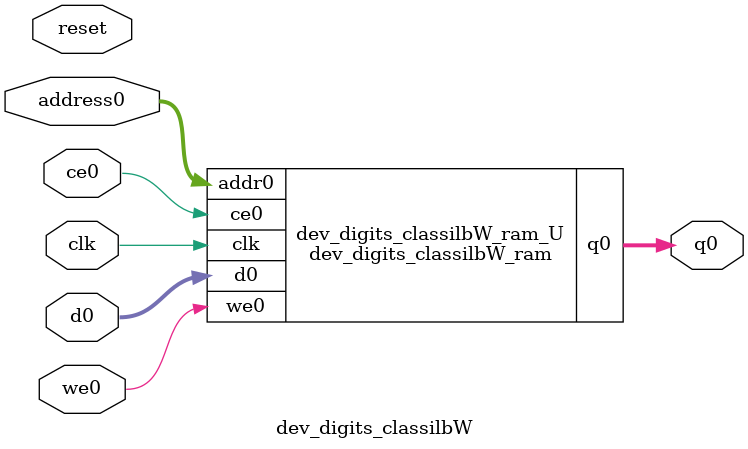
<source format=v>

`timescale 1 ns / 1 ps
module dev_digits_classilbW_ram (addr0, ce0, d0, we0, q0,  clk);

parameter DWIDTH = 12;
parameter AWIDTH = 6;
parameter MEM_SIZE = 64;

input[AWIDTH-1:0] addr0;
input ce0;
input[DWIDTH-1:0] d0;
input we0;
output reg[DWIDTH-1:0] q0;
input clk;

(* ram_style = "distributed" *)reg [DWIDTH-1:0] ram[0:MEM_SIZE-1];




always @(posedge clk)  
begin 
    if (ce0) 
    begin
        if (we0) 
        begin 
            ram[addr0] <= d0; 
            q0 <= d0;
        end 
        else 
            q0 <= ram[addr0];
    end
end


endmodule


`timescale 1 ns / 1 ps
module dev_digits_classilbW(
    reset,
    clk,
    address0,
    ce0,
    we0,
    d0,
    q0);

parameter DataWidth = 32'd12;
parameter AddressRange = 32'd64;
parameter AddressWidth = 32'd6;
input reset;
input clk;
input[AddressWidth - 1:0] address0;
input ce0;
input we0;
input[DataWidth - 1:0] d0;
output[DataWidth - 1:0] q0;



dev_digits_classilbW_ram dev_digits_classilbW_ram_U(
    .clk( clk ),
    .addr0( address0 ),
    .ce0( ce0 ),
    .we0( we0 ),
    .d0( d0 ),
    .q0( q0 ));

endmodule


</source>
